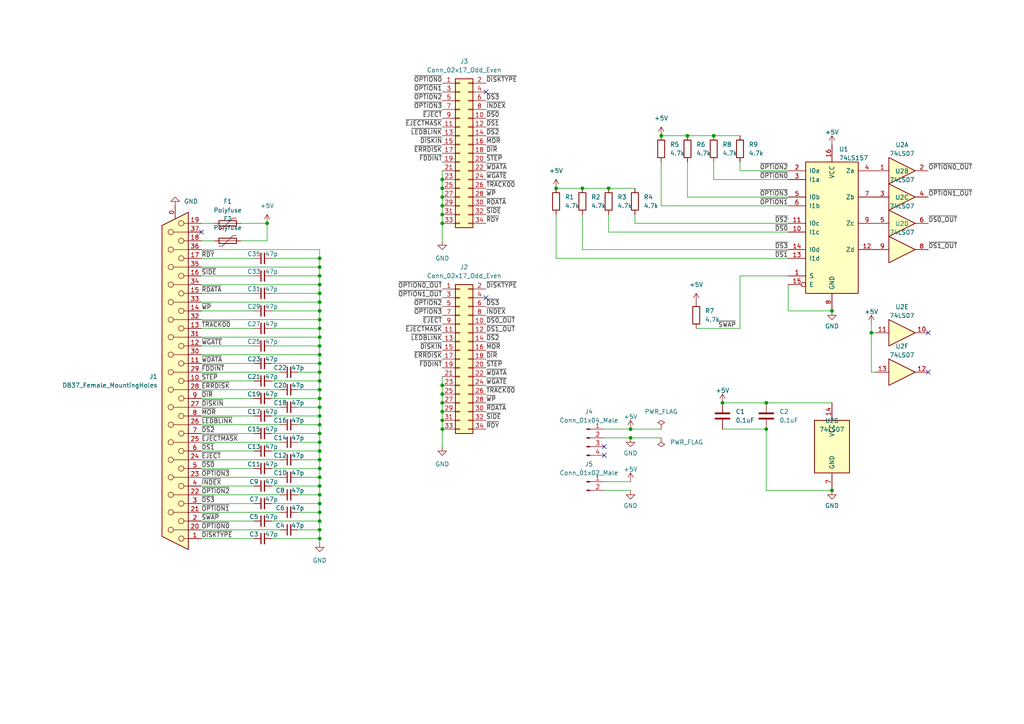
<source format=kicad_sch>
(kicad_sch (version 20230121) (generator eeschema)
  (paper "A4")
  (lib_symbols
    (symbol "74xx:74LS07" (pin_names (offset 1.016))
      (property "Reference" "U" (at 0 1.27 0))
      (property "Value" "74LS07" (at 0 -1.27 0))
      (symbol "74LS07_1_0"
        (pin input line (at -7.62 0 0) (length 3.81) (name "~") (number "1"))
        (pin open_collector line (at 7.62 0 180) (length 3.81) (name "~") (number "2"))
      )
      (symbol "74LS07_2_0"
        (pin input line (at -7.62 0 0) (length 3.81) (name "~") (number "3"))
        (pin open_collector line (at 7.62 0 180) (length 3.81) (name "~") (number "4"))
      )
      (symbol "74LS07_3_0"
        (pin input line (at -7.62 0 0) (length 3.81) (name "~") (number "5"))
        (pin open_collector line (at 7.62 0 180) (length 3.81) (name "~") (number "6"))
      )
      (symbol "74LS07_4_0"
        (pin open_collector line (at 7.62 0 180) (length 3.81) (name "~") (number "8"))
        (pin input line (at -7.62 0 0) (length 3.81) (name "~") (number "9"))
      )
      (symbol "74LS07_5_0"
        (pin open_collector line (at 7.62 0 180) (length 3.81) (name "~") (number "10"))
        (pin input line (at -7.62 0 0) (length 3.81) (name "~") (number "11"))
      )
      (symbol "74LS07_6_0"
        (pin open_collector line (at 7.62 0 180) (length 3.81) (name "~") (number "12"))
        (pin input line (at -7.62 0 0) (length 3.81) (name "~") (number "13"))
      )
      (symbol "74LS07_7_0"
        (pin power_in line (at 0 12.7 270) (length 5.08) (name "VCC") (number "14"))
        (pin power_in line (at 0 -12.7 90) (length 5.08) (name "GND") (number "7"))
      )
    )
    (symbol "74xx:74LS157" (pin_names (offset 1.016))
      (property "Reference" "U" (at -7.62 19.05 0))
      (property "Value" "74LS157" (at -7.62 -21.59 0))
      (symbol "74LS157_1_0"
        (pin input line (at -12.7 -15.24 0) (length 5.08) (name "S") (number "1"))
        (pin input line (at -12.7 -2.54 0) (length 5.08) (name "I1c") (number "10"))
        (pin input line (at -12.7 0 0) (length 5.08) (name "I0c") (number "11"))
        (pin output line (at 12.7 -7.62 180) (length 5.08) (name "Zd") (number "12"))
        (pin input line (at -12.7 -10.16 0) (length 5.08) (name "I1d") (number "13"))
        (pin input line (at -12.7 -7.62 0) (length 5.08) (name "I0d") (number "14"))
        (pin input inverted (at -12.7 -17.78 0) (length 5.08) (name "E") (number "15"))
        (pin power_in line (at 0 22.86 270) (length 5.08) (name "VCC") (number "16"))
        (pin input line (at -12.7 15.24 0) (length 5.08) (name "I0a") (number "2"))
        (pin input line (at -12.7 12.7 0) (length 5.08) (name "I1a") (number "3"))
        (pin output line (at 12.7 15.24 180) (length 5.08) (name "Za") (number "4"))
        (pin input line (at -12.7 7.62 0) (length 5.08) (name "I0b") (number "5"))
        (pin input line (at -12.7 5.08 0) (length 5.08) (name "I1b") (number "6"))
        (pin output line (at 12.7 7.62 180) (length 5.08) (name "Zb") (number "7"))
        (pin power_in line (at 0 -25.4 90) (length 5.08) (name "GND") (number "8"))
        (pin output line (at 12.7 0 180) (length 5.08) (name "Zc") (number "9"))
      )
    )
    (symbol "Connector:Conn_01x02_Male" (pin_names (offset 1.016) hide)
      (property "Reference" "J" (at 0 2.54 0))
      (property "Value" "Conn_01x02_Male" (at 0 -5.08 0))
      (symbol "Conn_01x02_Male_1_1"
        (pin passive line (at 5.08 0 180) (length 3.81) (name "Pin_1") (number "1"))
        (pin passive line (at 5.08 -2.54 180) (length 3.81) (name "Pin_2") (number "2"))
      )
    )
    (symbol "Connector:Conn_01x04_Male" (pin_names (offset 1.016) hide)
      (property "Reference" "J" (at 0 5.08 0))
      (property "Value" "Conn_01x04_Male" (at 0 -7.62 0))
      (symbol "Conn_01x04_Male_1_1"
        (pin passive line (at 5.08 2.54 180) (length 3.81) (name "Pin_1") (number "1"))
        (pin passive line (at 5.08 0 180) (length 3.81) (name "Pin_2") (number "2"))
        (pin passive line (at 5.08 -2.54 180) (length 3.81) (name "Pin_3") (number "3"))
        (pin passive line (at 5.08 -5.08 180) (length 3.81) (name "Pin_4") (number "4"))
      )
    )
    (symbol "Connector:DB37_Female_MountingHoles" (pin_names (offset 1.016) hide)
      (property "Reference" "J" (at 0 52.07 0))
      (property "Value" "DB37_Female_MountingHoles" (at 0 50.165 0))
      (symbol "DB37_Female_MountingHoles_1_1"
        (pin passive line (at 0 -50.8 90) (length 3.81) (name "PAD") (number "0"))
        (pin passive line (at -7.62 45.72 0) (length 3.81) (name "1") (number "1"))
        (pin passive line (at -7.62 0 0) (length 3.81) (name "10") (number "10"))
        (pin passive line (at -7.62 -5.08 0) (length 3.81) (name "11") (number "11"))
        (pin passive line (at -7.62 -10.16 0) (length 3.81) (name "12") (number "12"))
        (pin passive line (at -7.62 -15.24 0) (length 3.81) (name "13") (number "13"))
        (pin passive line (at -7.62 -20.32 0) (length 3.81) (name "14") (number "14"))
        (pin passive line (at -7.62 -25.4 0) (length 3.81) (name "15") (number "15"))
        (pin passive line (at -7.62 -30.48 0) (length 3.81) (name "16") (number "16"))
        (pin passive line (at -7.62 -35.56 0) (length 3.81) (name "17") (number "17"))
        (pin passive line (at -7.62 -40.64 0) (length 3.81) (name "18") (number "18"))
        (pin passive line (at -7.62 -45.72 0) (length 3.81) (name "19") (number "19"))
        (pin passive line (at -7.62 40.64 0) (length 3.81) (name "2") (number "2"))
        (pin passive line (at -7.62 43.18 0) (length 3.81) (name "20") (number "20"))
        (pin passive line (at -7.62 38.1 0) (length 3.81) (name "21") (number "21"))
        (pin passive line (at -7.62 33.02 0) (length 3.81) (name "22") (number "22"))
        (pin passive line (at -7.62 27.94 0) (length 3.81) (name "23") (number "23"))
        (pin passive line (at -7.62 22.86 0) (length 3.81) (name "24") (number "24"))
        (pin passive line (at -7.62 17.78 0) (length 3.81) (name "25") (number "25"))
        (pin passive line (at -7.62 12.7 0) (length 3.81) (name "26") (number "26"))
        (pin passive line (at -7.62 7.62 0) (length 3.81) (name "27") (number "27"))
        (pin passive line (at -7.62 2.54 0) (length 3.81) (name "28") (number "28"))
        (pin passive line (at -7.62 -2.54 0) (length 3.81) (name "29") (number "29"))
        (pin passive line (at -7.62 35.56 0) (length 3.81) (name "3") (number "3"))
        (pin passive line (at -7.62 -7.62 0) (length 3.81) (name "30") (number "30"))
        (pin passive line (at -7.62 -12.7 0) (length 3.81) (name "31") (number "31"))
        (pin passive line (at -7.62 -17.78 0) (length 3.81) (name "32") (number "32"))
        (pin passive line (at -7.62 -22.86 0) (length 3.81) (name "33") (number "33"))
        (pin passive line (at -7.62 -27.94 0) (length 3.81) (name "34") (number "34"))
        (pin passive line (at -7.62 -33.02 0) (length 3.81) (name "35") (number "35"))
        (pin passive line (at -7.62 -38.1 0) (length 3.81) (name "36") (number "36"))
        (pin passive line (at -7.62 -43.18 0) (length 3.81) (name "37") (number "37"))
        (pin passive line (at -7.62 30.48 0) (length 3.81) (name "4") (number "4"))
        (pin passive line (at -7.62 25.4 0) (length 3.81) (name "5") (number "5"))
        (pin passive line (at -7.62 20.32 0) (length 3.81) (name "6") (number "6"))
        (pin passive line (at -7.62 15.24 0) (length 3.81) (name "7") (number "7"))
        (pin passive line (at -7.62 10.16 0) (length 3.81) (name "8") (number "8"))
        (pin passive line (at -7.62 5.08 0) (length 3.81) (name "9") (number "9"))
      )
    )
    (symbol "Connector_Generic:Conn_02x17_Odd_Even" (pin_names (offset 1.016) hide)
      (property "Reference" "J" (at 1.27 22.86 0))
      (property "Value" "Conn_02x17_Odd_Even" (at 1.27 -22.86 0))
      (symbol "Conn_02x17_Odd_Even_1_1"
        (pin passive line (at -5.08 20.32 0) (length 3.81) (name "Pin_1") (number "1"))
        (pin passive line (at 7.62 10.16 180) (length 3.81) (name "Pin_10") (number "10"))
        (pin passive line (at -5.08 7.62 0) (length 3.81) (name "Pin_11") (number "11"))
        (pin passive line (at 7.62 7.62 180) (length 3.81) (name "Pin_12") (number "12"))
        (pin passive line (at -5.08 5.08 0) (length 3.81) (name "Pin_13") (number "13"))
        (pin passive line (at 7.62 5.08 180) (length 3.81) (name "Pin_14") (number "14"))
        (pin passive line (at -5.08 2.54 0) (length 3.81) (name "Pin_15") (number "15"))
        (pin passive line (at 7.62 2.54 180) (length 3.81) (name "Pin_16") (number "16"))
        (pin passive line (at -5.08 0 0) (length 3.81) (name "Pin_17") (number "17"))
        (pin passive line (at 7.62 0 180) (length 3.81) (name "Pin_18") (number "18"))
        (pin passive line (at -5.08 -2.54 0) (length 3.81) (name "Pin_19") (number "19"))
        (pin passive line (at 7.62 20.32 180) (length 3.81) (name "Pin_2") (number "2"))
        (pin passive line (at 7.62 -2.54 180) (length 3.81) (name "Pin_20") (number "20"))
        (pin passive line (at -5.08 -5.08 0) (length 3.81) (name "Pin_21") (number "21"))
        (pin passive line (at 7.62 -5.08 180) (length 3.81) (name "Pin_22") (number "22"))
        (pin passive line (at -5.08 -7.62 0) (length 3.81) (name "Pin_23") (number "23"))
        (pin passive line (at 7.62 -7.62 180) (length 3.81) (name "Pin_24") (number "24"))
        (pin passive line (at -5.08 -10.16 0) (length 3.81) (name "Pin_25") (number "25"))
        (pin passive line (at 7.62 -10.16 180) (length 3.81) (name "Pin_26") (number "26"))
        (pin passive line (at -5.08 -12.7 0) (length 3.81) (name "Pin_27") (number "27"))
        (pin passive line (at 7.62 -12.7 180) (length 3.81) (name "Pin_28") (number "28"))
        (pin passive line (at -5.08 -15.24 0) (length 3.81) (name "Pin_29") (number "29"))
        (pin passive line (at -5.08 17.78 0) (length 3.81) (name "Pin_3") (number "3"))
        (pin passive line (at 7.62 -15.24 180) (length 3.81) (name "Pin_30") (number "30"))
        (pin passive line (at -5.08 -17.78 0) (length 3.81) (name "Pin_31") (number "31"))
        (pin passive line (at 7.62 -17.78 180) (length 3.81) (name "Pin_32") (number "32"))
        (pin passive line (at -5.08 -20.32 0) (length 3.81) (name "Pin_33") (number "33"))
        (pin passive line (at 7.62 -20.32 180) (length 3.81) (name "Pin_34") (number "34"))
        (pin passive line (at 7.62 17.78 180) (length 3.81) (name "Pin_4") (number "4"))
        (pin passive line (at -5.08 15.24 0) (length 3.81) (name "Pin_5") (number "5"))
        (pin passive line (at 7.62 15.24 180) (length 3.81) (name "Pin_6") (number "6"))
        (pin passive line (at -5.08 12.7 0) (length 3.81) (name "Pin_7") (number "7"))
        (pin passive line (at 7.62 12.7 180) (length 3.81) (name "Pin_8") (number "8"))
        (pin passive line (at -5.08 10.16 0) (length 3.81) (name "Pin_9") (number "9"))
      )
    )
    (symbol "Device:C" (pin_numbers hide) (pin_names (offset 0.254))
      (property "Reference" "C" (at 0.635 2.54 0))
      (property "Value" "C" (at 0.635 -2.54 0))
      (symbol "C_1_1"
        (pin passive line (at 0 3.81 270) (length 2.794) (name "~") (number "1"))
        (pin passive line (at 0 -3.81 90) (length 2.794) (name "~") (number "2"))
      )
    )
    (symbol "Device:C_Small" (pin_numbers hide) (pin_names (offset 0.254) hide)
      (property "Reference" "C" (at 0.254 1.778 0))
      (property "Value" "C_Small" (at 0.254 -2.032 0))
      (symbol "C_Small_1_1"
        (pin passive line (at 0 2.54 270) (length 2.032) (name "~") (number "1"))
        (pin passive line (at 0 -2.54 90) (length 2.032) (name "~") (number "2"))
      )
    )
    (symbol "Device:Polyfuse" (pin_numbers hide) (pin_names (offset 0))
      (property "Reference" "F" (at -2.54 0 90))
      (property "Value" "Polyfuse" (at 2.54 0 90))
      (symbol "Polyfuse_1_1"
        (pin passive line (at 0 3.81 270) (length 1.27) (name "~") (number "1"))
        (pin passive line (at 0 -3.81 90) (length 1.27) (name "~") (number "2"))
      )
    )
    (symbol "Device:R" (pin_numbers hide) (pin_names (offset 0))
      (property "Reference" "R" (at 2.032 0 90))
      (property "Value" "R" (at 0 0 90))
      (symbol "R_1_1"
        (pin passive line (at 0 3.81 270) (length 1.27) (name "~") (number "1"))
        (pin passive line (at 0 -3.81 90) (length 1.27) (name "~") (number "2"))
      )
    )
    (symbol "power:+5V" (power) (pin_names (offset 0))
      (property "Value" "+5V" (at 0 3.556 0))
      (symbol "+5V_1_1"
        (pin power_in line (at 0 0 90) (length 0) hide (name "+5V") (number "1"))
      )
    )
    (symbol "power:GND" (power) (pin_names (offset 0))
      (property "Value" "GND" (at 0 -3.81 0))
      (symbol "GND_1_1"
        (pin power_in line (at 0 0 270) (length 0) hide (name "GND") (number "1"))
      )
    )
    (symbol "power:PWR_FLAG" (power) (pin_numbers hide) (pin_names (offset 0) hide)
      (property "Value" "PWR_FLAG" (at 0 3.81 0))
      (symbol "PWR_FLAG_0_0"
        (pin power_out line (at 0 0 90) (length 0) (name "pwr") (number "1"))
      )
    )
  )
  (junction (at 77.47 64.77))
  (junction (at 209.55 116.84))
  (junction (at 92.71 118.11))
  (junction (at 92.71 100.33))
  (junction (at 92.71 146.05))
  (junction (at 92.71 135.89))
  (junction (at 222.25 116.84))
  (junction (at 92.71 113.03))
  (junction (at 128.27 121.92))
  (junction (at 128.27 54.61))
  (junction (at 92.71 105.41))
  (junction (at 92.71 82.55))
  (junction (at 92.71 110.49))
  (junction (at 92.71 120.65))
  (junction (at 222.25 124.46))
  (junction (at 92.71 95.25))
  (junction (at 92.71 115.57))
  (junction (at 92.71 87.63))
  (junction (at 92.71 128.27))
  (junction (at 241.3 142.24))
  (junction (at 92.71 85.09))
  (junction (at 128.27 62.23))
  (junction (at 128.27 59.69))
  (junction (at 182.88 124.46))
  (junction (at 182.88 127))
  (junction (at 92.71 92.71))
  (junction (at 241.3 90.17))
  (junction (at 92.71 156.21))
  (junction (at 92.71 148.59))
  (junction (at 176.53 54.61))
  (junction (at 92.71 140.97))
  (junction (at 92.71 80.01))
  (junction (at 128.27 111.76))
  (junction (at 128.27 114.3))
  (junction (at 191.77 39.37))
  (junction (at 168.91 54.61))
  (junction (at 92.71 125.73))
  (junction (at 92.71 133.35))
  (junction (at 252.73 96.52))
  (junction (at 92.71 90.17))
  (junction (at 161.29 54.61))
  (junction (at 92.71 74.93))
  (junction (at 92.71 153.67))
  (junction (at 207.01 39.37))
  (junction (at 92.71 138.43))
  (junction (at 128.27 64.77))
  (junction (at 92.71 143.51))
  (junction (at 92.71 77.47))
  (junction (at 92.71 151.13))
  (junction (at 128.27 116.84))
  (junction (at 92.71 97.79))
  (junction (at 128.27 124.46))
  (junction (at 128.27 52.07))
  (junction (at 92.71 130.81))
  (junction (at 92.71 107.95))
  (junction (at 128.27 119.38))
  (junction (at 128.27 57.15))
  (junction (at 92.71 123.19))
  (junction (at 199.39 39.37))
  (junction (at 92.71 102.87))
  (no_connect (at 175.26 129.54))
  (no_connect (at 140.97 26.67))
  (no_connect (at 58.42 67.31))
  (no_connect (at 269.24 96.52))
  (no_connect (at 269.24 107.95))
  (no_connect (at 140.97 86.36))
  (no_connect (at 175.26 132.08))
  (wire (pts (xy 128.27 116.84) (xy 128.27 119.38)))
  (wire (pts (xy 92.71 107.95) (xy 92.71 105.41)))
  (wire (pts (xy 222.25 142.24) (xy 222.25 124.46)))
  (wire (pts (xy 92.71 90.17) (xy 78.74 90.17)))
  (wire (pts (xy 92.71 113.03) (xy 92.71 110.49)))
  (wire (pts (xy 92.71 148.59) (xy 86.36 148.59)))
  (wire (pts (xy 228.6 57.15) (xy 199.39 57.15)))
  (wire (pts (xy 209.55 124.46) (xy 222.25 124.46)))
  (wire (pts (xy 92.71 151.13) (xy 92.71 148.59)))
  (wire (pts (xy 92.71 100.33) (xy 78.74 100.33)))
  (wire (pts (xy 78.74 130.81) (xy 92.71 130.81)))
  (wire (pts (xy 92.71 123.19) (xy 92.71 120.65)))
  (wire (pts (xy 92.71 100.33) (xy 92.71 97.79)))
  (wire (pts (xy 92.71 102.87) (xy 92.71 100.33)))
  (wire (pts (xy 69.85 64.77) (xy 77.47 64.77)))
  (wire (pts (xy 222.25 116.84) (xy 241.3 116.84)))
  (wire (pts (xy 92.71 143.51) (xy 86.36 143.51)))
  (wire (pts (xy 78.74 156.21) (xy 92.71 156.21)))
  (wire (pts (xy 58.42 138.43) (xy 81.28 138.43)))
  (wire (pts (xy 92.71 95.25) (xy 78.74 95.25)))
  (wire (pts (xy 92.71 115.57) (xy 92.71 113.03)))
  (wire (pts (xy 92.71 110.49) (xy 92.71 107.95)))
  (wire (pts (xy 128.27 59.69) (xy 128.27 62.23)))
  (wire (pts (xy 191.77 59.69) (xy 191.77 46.99)))
  (wire (pts (xy 58.42 82.55) (xy 92.71 82.55)))
  (wire (pts (xy 191.77 39.37) (xy 199.39 39.37)))
  (wire (pts (xy 92.71 130.81) (xy 92.71 128.27)))
  (wire (pts (xy 58.42 120.65) (xy 73.66 120.65)))
  (wire (pts (xy 58.42 146.05) (xy 73.66 146.05)))
  (wire (pts (xy 209.55 116.84) (xy 222.25 116.84)))
  (wire (pts (xy 58.42 156.21) (xy 73.66 156.21)))
  (wire (pts (xy 92.71 105.41) (xy 92.71 102.87)))
  (wire (pts (xy 92.71 107.95) (xy 86.36 107.95)))
  (wire (pts (xy 184.15 64.77) (xy 228.6 64.77)))
  (wire (pts (xy 58.42 143.51) (xy 81.28 143.51)))
  (wire (pts (xy 92.71 156.21) (xy 92.71 157.48)))
  (wire (pts (xy 214.63 80.01) (xy 214.63 95.25)))
  (wire (pts (xy 92.71 113.03) (xy 86.36 113.03)))
  (wire (pts (xy 92.71 138.43) (xy 86.36 138.43)))
  (wire (pts (xy 92.71 77.47) (xy 92.71 74.93)))
  (wire (pts (xy 92.71 118.11) (xy 86.36 118.11)))
  (wire (pts (xy 168.91 54.61) (xy 176.53 54.61)))
  (wire (pts (xy 92.71 74.93) (xy 78.74 74.93)))
  (wire (pts (xy 175.26 139.7) (xy 182.88 139.7)))
  (wire (pts (xy 92.71 102.87) (xy 58.42 102.87)))
  (wire (pts (xy 58.42 92.71) (xy 92.71 92.71)))
  (wire (pts (xy 78.74 110.49) (xy 92.71 110.49)))
  (wire (pts (xy 201.93 95.25) (xy 214.63 95.25)))
  (wire (pts (xy 78.74 140.97) (xy 92.71 140.97)))
  (wire (pts (xy 58.42 148.59) (xy 81.28 148.59)))
  (wire (pts (xy 182.88 124.46) (xy 191.77 124.46)))
  (wire (pts (xy 92.71 120.65) (xy 92.71 118.11)))
  (wire (pts (xy 254 107.95) (xy 252.73 107.95)))
  (wire (pts (xy 92.71 148.59) (xy 92.71 146.05)))
  (wire (pts (xy 58.42 80.01) (xy 73.66 80.01)))
  (wire (pts (xy 58.42 107.95) (xy 81.28 107.95)))
  (wire (pts (xy 241.3 142.24) (xy 222.25 142.24)))
  (wire (pts (xy 78.74 151.13) (xy 92.71 151.13)))
  (wire (pts (xy 128.27 111.76) (xy 128.27 114.3)))
  (wire (pts (xy 176.53 67.31) (xy 228.6 67.31)))
  (wire (pts (xy 58.42 85.09) (xy 73.66 85.09)))
  (wire (pts (xy 92.71 135.89) (xy 92.71 133.35)))
  (wire (pts (xy 92.71 85.09) (xy 92.71 82.55)))
  (wire (pts (xy 58.42 74.93) (xy 73.66 74.93)))
  (wire (pts (xy 58.42 118.11) (xy 81.28 118.11)))
  (wire (pts (xy 92.71 153.67) (xy 86.36 153.67)))
  (wire (pts (xy 228.6 82.55) (xy 228.6 90.17)))
  (wire (pts (xy 161.29 54.61) (xy 168.91 54.61)))
  (wire (pts (xy 58.42 69.85) (xy 62.23 69.85)))
  (wire (pts (xy 199.39 39.37) (xy 207.01 39.37)))
  (wire (pts (xy 92.71 97.79) (xy 58.42 97.79)))
  (wire (pts (xy 128.27 114.3) (xy 128.27 116.84)))
  (wire (pts (xy 207.01 39.37) (xy 214.63 39.37)))
  (wire (pts (xy 92.71 85.09) (xy 78.74 85.09)))
  (wire (pts (xy 128.27 57.15) (xy 128.27 59.69)))
  (wire (pts (xy 92.71 72.39) (xy 58.42 72.39)))
  (wire (pts (xy 92.71 143.51) (xy 92.71 140.97)))
  (wire (pts (xy 58.42 105.41) (xy 73.66 105.41)))
  (wire (pts (xy 168.91 72.39) (xy 228.6 72.39)))
  (wire (pts (xy 92.71 90.17) (xy 92.71 87.63)))
  (wire (pts (xy 58.42 123.19) (xy 81.28 123.19)))
  (wire (pts (xy 92.71 82.55) (xy 92.71 80.01)))
  (wire (pts (xy 161.29 74.93) (xy 228.6 74.93)))
  (wire (pts (xy 92.71 138.43) (xy 92.71 135.89)))
  (wire (pts (xy 92.71 97.79) (xy 92.71 95.25)))
  (wire (pts (xy 58.42 90.17) (xy 73.66 90.17)))
  (wire (pts (xy 92.71 153.67) (xy 92.71 151.13)))
  (wire (pts (xy 128.27 54.61) (xy 128.27 57.15)))
  (wire (pts (xy 241.3 90.17) (xy 228.6 90.17)))
  (wire (pts (xy 161.29 74.93) (xy 161.29 62.23)))
  (wire (pts (xy 168.91 72.39) (xy 168.91 62.23)))
  (wire (pts (xy 228.6 49.53) (xy 214.63 49.53)))
  (wire (pts (xy 58.42 77.47) (xy 92.71 77.47)))
  (wire (pts (xy 78.74 115.57) (xy 92.71 115.57)))
  (wire (pts (xy 228.6 80.01) (xy 214.63 80.01)))
  (wire (pts (xy 182.88 127) (xy 191.77 127)))
  (wire (pts (xy 58.42 140.97) (xy 73.66 140.97)))
  (wire (pts (xy 92.71 87.63) (xy 92.71 85.09)))
  (wire (pts (xy 58.42 130.81) (xy 73.66 130.81)))
  (wire (pts (xy 128.27 52.07) (xy 128.27 54.61)))
  (wire (pts (xy 92.71 74.93) (xy 92.71 72.39)))
  (wire (pts (xy 92.71 95.25) (xy 92.71 92.71)))
  (wire (pts (xy 78.74 125.73) (xy 92.71 125.73)))
  (wire (pts (xy 58.42 125.73) (xy 73.66 125.73)))
  (wire (pts (xy 128.27 119.38) (xy 128.27 121.92)))
  (wire (pts (xy 92.71 156.21) (xy 92.71 153.67)))
  (wire (pts (xy 58.42 133.35) (xy 81.28 133.35)))
  (wire (pts (xy 78.74 146.05) (xy 92.71 146.05)))
  (wire (pts (xy 92.71 140.97) (xy 92.71 138.43)))
  (wire (pts (xy 58.42 113.03) (xy 81.28 113.03)))
  (wire (pts (xy 254 96.52) (xy 252.73 96.52)))
  (wire (pts (xy 92.71 118.11) (xy 92.71 115.57)))
  (wire (pts (xy 128.27 64.77) (xy 128.27 69.85)))
  (wire (pts (xy 58.42 95.25) (xy 73.66 95.25)))
  (wire (pts (xy 175.26 127) (xy 182.88 127)))
  (wire (pts (xy 92.71 125.73) (xy 92.71 123.19)))
  (wire (pts (xy 128.27 109.22) (xy 128.27 111.76)))
  (wire (pts (xy 58.42 64.77) (xy 62.23 64.77)))
  (wire (pts (xy 92.71 146.05) (xy 92.71 143.51)))
  (wire (pts (xy 58.42 87.63) (xy 92.71 87.63)))
  (wire (pts (xy 58.42 135.89) (xy 73.66 135.89)))
  (wire (pts (xy 92.71 80.01) (xy 92.71 77.47)))
  (wire (pts (xy 92.71 128.27) (xy 92.71 125.73)))
  (wire (pts (xy 92.71 80.01) (xy 78.74 80.01)))
  (wire (pts (xy 92.71 133.35) (xy 92.71 130.81)))
  (wire (pts (xy 58.42 100.33) (xy 73.66 100.33)))
  (wire (pts (xy 77.47 69.85) (xy 77.47 64.77)))
  (wire (pts (xy 128.27 49.53) (xy 128.27 52.07)))
  (wire (pts (xy 175.26 142.24) (xy 182.88 142.24)))
  (wire (pts (xy 58.42 115.57) (xy 73.66 115.57)))
  (wire (pts (xy 228.6 52.07) (xy 207.01 52.07)))
  (wire (pts (xy 69.85 69.85) (xy 77.47 69.85)))
  (wire (pts (xy 176.53 67.31) (xy 176.53 62.23)))
  (wire (pts (xy 58.42 153.67) (xy 81.28 153.67)))
  (wire (pts (xy 92.71 92.71) (xy 92.71 90.17)))
  (wire (pts (xy 252.73 107.95) (xy 252.73 96.52)))
  (wire (pts (xy 58.42 151.13) (xy 73.66 151.13)))
  (wire (pts (xy 176.53 54.61) (xy 184.15 54.61)))
  (wire (pts (xy 92.71 128.27) (xy 86.36 128.27)))
  (wire (pts (xy 199.39 57.15) (xy 199.39 46.99)))
  (wire (pts (xy 128.27 62.23) (xy 128.27 64.77)))
  (wire (pts (xy 58.42 110.49) (xy 73.66 110.49)))
  (wire (pts (xy 214.63 49.53) (xy 214.63 46.99)))
  (wire (pts (xy 207.01 52.07) (xy 207.01 46.99)))
  (wire (pts (xy 92.71 105.41) (xy 78.74 105.41)))
  (wire (pts (xy 128.27 121.92) (xy 128.27 124.46)))
  (wire (pts (xy 78.74 135.89) (xy 92.71 135.89)))
  (wire (pts (xy 175.26 124.46) (xy 182.88 124.46)))
  (wire (pts (xy 78.74 120.65) (xy 92.71 120.65)))
  (wire (pts (xy 92.71 133.35) (xy 86.36 133.35)))
  (wire (pts (xy 128.27 124.46) (xy 128.27 129.54)))
  (wire (pts (xy 252.73 93.98) (xy 252.73 96.52)))
  (wire (pts (xy 58.42 128.27) (xy 81.28 128.27)))
  (wire (pts (xy 184.15 64.77) (xy 184.15 62.23)))
  (wire (pts (xy 228.6 59.69) (xy 191.77 59.69)))
  (wire (pts (xy 92.71 123.19) (xy 86.36 123.19)))
  (label "~{DS1}" (at 140.97 36.83 0))
  (label "~{DIR}" (at 140.97 44.45 0))
  (label "~{DIR}" (at 58.42 115.57 0))
  (label "~{DS1_OUT}" (at 269.24 72.39 0))
  (label "~{FDDINT}" (at 128.27 106.68 180))
  (label "~{OPTION2}" (at 128.27 29.21 180))
  (label "~{DS2}" (at 140.97 39.37 0))
  (label "~{MOR}" (at 140.97 101.6 0))
  (label "~{OPTION2}" (at 128.27 88.9 180))
  (label "~{DISKIN}" (at 128.27 101.6 180))
  (label "~{DS2}" (at 228.6 64.77 180))
  (label "~{LEDBLINK}" (at 128.27 99.06 180))
  (label "~{WDATA}" (at 58.42 105.41 0))
  (label "~{SIDE}" (at 58.42 80.01 0))
  (label "~{DS3}" (at 140.97 29.21 0))
  (label "~{OPTION1_OUT}" (at 128.27 86.36 180))
  (label "~{RDY}" (at 140.97 124.46 0))
  (label "~{DS1}" (at 58.42 130.81 0))
  (label "~{SIDE}" (at 140.97 121.92 0))
  (label "~{ERRDISK}" (at 128.27 104.14 180))
  (label "~{DS0}" (at 58.42 135.89 0))
  (label "~{WGATE}" (at 58.42 100.33 0))
  (label "~{RDATA}" (at 58.42 85.09 0))
  (label "~{MOR}" (at 58.42 120.65 0))
  (label "~{STEP}" (at 140.97 46.99 0))
  (label "~{WGATE}" (at 140.97 52.07 0))
  (label "~{INDEX}" (at 58.42 140.97 0))
  (label "~{FDDINT}" (at 58.42 107.95 0))
  (label "~{DS0}" (at 228.6 67.31 180))
  (label "~{RDATA}" (at 140.97 119.38 0))
  (label "~{OPTION1}" (at 58.42 148.59 0))
  (label "~{WDATA}" (at 140.97 109.22 0))
  (label "~{OPTION1_OUT}" (at 269.24 57.15 0))
  (label "~{MOR}" (at 140.97 41.91 0))
  (label "~{LEDBLINK}" (at 128.27 39.37 180))
  (label "~{OPTION3}" (at 58.42 138.43 0))
  (label "~{OPTION2}" (at 58.42 143.51 0))
  (label "~{OPTION3}" (at 228.6 57.15 180))
  (label "~{DISKTYPE}" (at 140.97 83.82 0))
  (label "~{OPTION0}" (at 128.27 24.13 180))
  (label "~{WP}" (at 140.97 116.84 0))
  (label "~{LEDBLINK}" (at 58.42 123.19 0))
  (label "~{RDY}" (at 58.42 74.93 0))
  (label "~{DS3}" (at 58.42 146.05 0))
  (label "~{DISKTYPE}" (at 58.42 156.21 0))
  (label "~{OPTION1}" (at 228.6 59.69 180))
  (label "~{WDATA}" (at 140.97 49.53 0))
  (label "~{FDDINT}" (at 128.27 46.99 180))
  (label "~{WP}" (at 58.42 90.17 0))
  (label "~{OPTION2}" (at 228.6 49.53 180))
  (label "~{DS3}" (at 228.6 72.39 180))
  (label "~{STEP}" (at 58.42 110.49 0))
  (label "~{RDATA}" (at 140.97 59.69 0))
  (label "~{DS0_OUT}" (at 269.24 64.77 0))
  (label "~{DS1_OUT}" (at 140.97 96.52 0))
  (label "~{TRACK00}" (at 140.97 114.3 0))
  (label "~{INDEX}" (at 140.97 31.75 0))
  (label "~{WP}" (at 140.97 57.15 0))
  (label "~{EJECT}" (at 128.27 93.98 180))
  (label "~{SWAP}" (at 208.28 95.25 0))
  (label "~{DIR}" (at 140.97 104.14 0))
  (label "~{DISKIN}" (at 58.42 118.11 0))
  (label "~{OPTION0_OUT}" (at 269.24 49.53 0))
  (label "~{RDY}" (at 140.97 64.77 0))
  (label "~{SIDE}" (at 140.97 62.23 0))
  (label "~{TRACK00}" (at 140.97 54.61 0))
  (label "~{DS0}" (at 140.97 34.29 0))
  (label "~{ERRDISK}" (at 128.27 44.45 180))
  (label "~{OPTION0_OUT}" (at 128.27 83.82 180))
  (label "~{EJECTMASK}" (at 128.27 36.83 180))
  (label "~{SWAP}" (at 58.42 151.13 0))
  (label "~{DS2}" (at 140.97 99.06 0))
  (label "~{ERRDISK}" (at 58.42 113.03 0))
  (label "~{DISKIN}" (at 128.27 41.91 180))
  (label "~{DS2}" (at 58.42 125.73 0))
  (label "~{STEP}" (at 140.97 106.68 0))
  (label "~{EJECTMASK}" (at 128.27 96.52 180))
  (label "~{OPTION0}" (at 58.42 153.67 0))
  (label "~{OPTION3}" (at 128.27 31.75 180))
  (label "~{DS3}" (at 140.97 88.9 0))
  (label "~{OPTION3}" (at 128.27 91.44 180))
  (label "~{WGATE}" (at 140.97 111.76 0))
  (label "~{OPTION0}" (at 228.6 52.07 180))
  (label "~{INDEX}" (at 140.97 91.44 0))
  (label "~{DS0_OUT}" (at 140.97 93.98 0))
  (label "~{EJECT}" (at 128.27 34.29 180))
  (label "~{EJECT}" (at 58.42 133.35 0))
  (label "~{DS1}" (at 228.6 74.93 180))
  (label "~{DISKTYPE}" (at 140.97 24.13 0))
  (label "~{EJECTMASK}" (at 58.42 128.27 0))
  (label "~{TRACK00}" (at 58.42 95.25 0))
  (label "~{OPTION1}" (at 128.27 26.67 180))
  (symbol (lib_id "Device:R") (at 199.39 43.18 0) (unit 1)
    (property "Reference" "R6" (at 201.93 41.9099 0) (effects (justify left)))
    (property "Value" "4.7k" (at 201.93 44.4499 0) (effects (justify left)))
    (property "Footprint" "Resistor_SMD:R_0603_1608Metric" (effects hide))
    (property "Digikey" "311-4.70KCRCT-ND" (effects hide))
  )
  (symbol (lib_id "Device:C_Small") (at 76.2 156.21 90) (unit 1)
    (property "Reference" "C3" (at 73.66 154.94 90))
    (property "Value" "47p" (at 78.74 154.94 90))
    (property "Footprint" "Capacitor_SMD:C_0603_1608Metric" (effects hide))
    (property "Digikey" "311-1065-1-ND" (effects hide))
  )
  (symbol (lib_id "power:PWR_FLAG") (at 191.77 124.46 0) (unit 1)
    (property "Reference" "#FLG0101" (effects hide))
    (property "Value" "PWR_FLAG" (at 191.77 119.38 0))
  )
  (symbol (lib_id "Device:C_Small") (at 76.2 95.25 90) (unit 1)
    (property "Reference" "C27" (at 73.66 93.98 90))
    (property "Value" "47p" (at 78.74 93.98 90))
    (property "Footprint" "Capacitor_SMD:C_0603_1608Metric" (effects hide))
    (property "Digikey" "311-1065-1-ND" (effects hide))
  )
  (symbol (lib_id "Connector:Conn_01x04_Male") (at 170.18 127 0) (unit 1)
    (property "Reference" "J4" (at 170.815 119.38 0))
    (property "Value" "Conn_01x04_Male" (at 170.815 121.92 0))
    (property "Footprint" "Connector_PinHeader_2.54mm:PinHeader_1x04_P2.54mm_Horizontal" (effects hide))
    (property "Digikey" "S9490-ND" (effects hide))
  )
  (symbol (lib_id "Device:Polyfuse") (at 66.04 69.85 90) (unit 1)
    (property "Reference" "F2" (at 66.04 63.5 90))
    (property "Value" "Polyfuse" (at 66.04 66.04 90))
    (property "Footprint" "Resistor_SMD:R_1206_3216Metric" (effects hide))
    (property "Digikey" "507-1799-1-ND" (effects hide))
  )
  (symbol (lib_id "power:GND") (at 128.27 69.85 0) (unit 1)
    (property "Reference" "#PWR04" (effects hide))
    (property "Value" "GND" (at 128.27 74.93 0))
  )
  (symbol (lib_id "74xx:74LS07") (at 261.62 72.39 0) (unit 4)
    (property "Reference" "U2" (at 261.62 64.8802 0))
    (property "Value" "74LS07" (at 261.62 67.4171 0))
    (property "Footprint" "Package_SO:SOIC-14_3.9x8.7mm_P1.27mm" (effects hide))
    (property "Datasheet" "www.ti.com/lit/ds/symlink/sn74ls07.pdf" (effects hide))
    (property "Digikey" "296-14877-1-ND" (effects hide))
  )
  (symbol (lib_id "Device:R") (at 191.77 43.18 0) (unit 1)
    (property "Reference" "R5" (at 194.31 41.9099 0) (effects (justify left)))
    (property "Value" "4.7k" (at 194.31 44.4499 0) (effects (justify left)))
    (property "Footprint" "Resistor_SMD:R_0603_1608Metric" (effects hide))
    (property "Digikey" "311-4.70KCRCT-ND" (effects hide))
  )
  (symbol (lib_id "Device:C_Small") (at 83.82 118.11 90) (unit 1)
    (property "Reference" "C18" (at 81.28 116.84 90))
    (property "Value" "47p" (at 86.36 116.84 90))
    (property "Footprint" "Capacitor_SMD:C_0603_1608Metric" (effects hide))
    (property "Digikey" "311-1065-1-ND" (effects hide))
  )
  (symbol (lib_id "Device:C_Small") (at 76.2 125.73 90) (unit 1)
    (property "Reference" "C15" (at 73.66 124.46 90))
    (property "Value" "47p" (at 78.74 124.46 90))
    (property "Footprint" "Capacitor_SMD:C_0603_1608Metric" (effects hide))
    (property "Digikey" "311-1065-1-ND" (effects hide))
  )
  (symbol (lib_id "Device:C_Small") (at 83.82 133.35 90) (unit 1)
    (property "Reference" "C12" (at 81.28 132.08 90))
    (property "Value" "47p" (at 86.36 132.08 90))
    (property "Footprint" "Capacitor_SMD:C_0603_1608Metric" (effects hide))
    (property "Digikey" "311-1065-1-ND" (effects hide))
  )
  (symbol (lib_id "power:PWR_FLAG") (at 191.77 127 180) (unit 1)
    (property "Reference" "#FLG0102" (effects hide))
    (property "Value" "PWR_FLAG" (at 194.31 128.2699 0) (effects (justify right)))
  )
  (symbol (lib_id "Device:C_Small") (at 83.82 138.43 90) (unit 1)
    (property "Reference" "C10" (at 81.28 137.16 90))
    (property "Value" "47p" (at 86.36 137.16 90))
    (property "Footprint" "Capacitor_SMD:C_0603_1608Metric" (effects hide))
    (property "Digikey" "311-1065-1-ND" (effects hide))
  )
  (symbol (lib_id "Device:C_Small") (at 83.82 143.51 90) (unit 1)
    (property "Reference" "C8" (at 81.28 142.24 90))
    (property "Value" "47p" (at 86.36 142.24 90))
    (property "Footprint" "Capacitor_SMD:C_0603_1608Metric" (effects hide))
    (property "Digikey" "311-1065-1-ND" (effects hide))
  )
  (symbol (lib_id "Device:C_Small") (at 76.2 85.09 90) (unit 1)
    (property "Reference" "C31" (at 73.66 83.82 90))
    (property "Value" "47p" (at 78.74 83.82 90))
    (property "Footprint" "Capacitor_SMD:C_0603_1608Metric" (effects hide))
    (property "Digikey" "311-1065-1-ND" (effects hide))
  )
  (symbol (lib_id "power:+5V") (at 209.55 116.84 0) (unit 1)
    (property "Reference" "#PWR09" (effects hide))
    (property "Value" "+5V" (at 209.55 113.2642 0))
  )
  (symbol (lib_id "power:+5V") (at 77.47 64.77 0) (unit 1)
    (property "Reference" "#PWR02" (effects hide))
    (property "Value" "+5V" (at 77.47 59.69 0))
  )
  (symbol (lib_id "Device:C_Small") (at 76.2 74.93 90) (unit 1)
    (property "Reference" "C35" (at 73.66 73.66 90))
    (property "Value" "47p" (at 78.74 73.66 90))
    (property "Footprint" "Capacitor_SMD:C_0603_1608Metric" (effects hide))
    (property "Digikey" "311-1065-1-ND" (effects hide))
  )
  (symbol (lib_id "power:+5V") (at 191.77 39.37 0) (unit 1)
    (property "Reference" "#PWR07" (effects hide))
    (property "Value" "+5V" (at 191.77 34.29 0))
  )
  (symbol (lib_id "Device:C_Small") (at 76.2 140.97 90) (unit 1)
    (property "Reference" "C9" (at 73.66 139.7 90))
    (property "Value" "47p" (at 78.74 139.7 90))
    (property "Footprint" "Capacitor_SMD:C_0603_1608Metric" (effects hide))
    (property "Digikey" "311-1065-1-ND" (effects hide))
  )
  (symbol (lib_id "power:GND") (at 241.3 142.24 0) (unit 1)
    (property "Reference" "#PWR0105" (effects hide))
    (property "Value" "GND" (at 241.3 146.6834 0))
  )
  (symbol (lib_id "power:+5V") (at 161.29 54.61 0) (unit 1)
    (property "Reference" "#PWR06" (effects hide))
    (property "Value" "+5V" (at 161.29 49.53 0))
  )
  (symbol (lib_id "74xx:74LS07") (at 261.62 107.95 0) (unit 6)
    (property "Reference" "U2" (at 261.62 100.4402 0))
    (property "Value" "74LS07" (at 261.62 102.9771 0))
    (property "Footprint" "Package_SO:SOIC-14_3.9x8.7mm_P1.27mm" (effects hide))
    (property "Datasheet" "www.ti.com/lit/ds/symlink/sn74ls07.pdf" (effects hide))
    (property "Digikey" "296-14877-1-ND" (effects hide))
  )
  (symbol (lib_id "Connector:DB37_Female_MountingHoles") (at 50.8 110.49 180) (unit 1)
    (property "Reference" "J1" (at 45.72 109.2199 0) (effects (justify left)))
    (property "Value" "DB37_Female_MountingHoles" (at 45.72 111.7599 0) (effects (justify left)))
    (property "Footprint" "Connector_Dsub:DSUB-37_Female_Horizontal_P2.77x2.84mm_EdgePinOffset7.70mm_Housed_MountingHolesOffset9.12mm" (effects hide))
    (property "Datasheet" " ~" (effects hide))
    (property "Digikey" "A32114-ND" (effects hide))
  )
  (symbol (lib_id "Device:C_Small") (at 83.82 107.95 90) (unit 1)
    (property "Reference" "C22" (at 81.28 106.68 90))
    (property "Value" "47p" (at 86.36 106.68 90))
    (property "Footprint" "Capacitor_SMD:C_0603_1608Metric" (effects hide))
    (property "Digikey" "311-1065-1-ND" (effects hide))
  )
  (symbol (lib_id "Device:C_Small") (at 83.82 113.03 90) (unit 1)
    (property "Reference" "C20" (at 81.28 111.76 90))
    (property "Value" "47p" (at 86.36 111.76 90))
    (property "Footprint" "Capacitor_SMD:C_0603_1608Metric" (effects hide))
    (property "Digikey" "311-1065-1-ND" (effects hide))
  )
  (symbol (lib_id "Device:C_Small") (at 76.2 135.89 90) (unit 1)
    (property "Reference" "C11" (at 73.66 134.62 90))
    (property "Value" "47p" (at 78.74 134.62 90))
    (property "Footprint" "Capacitor_SMD:C_0603_1608Metric" (effects hide))
    (property "Digikey" "311-1065-1-ND" (effects hide))
  )
  (symbol (lib_id "Device:R") (at 214.63 43.18 0) (unit 1)
    (property "Reference" "R9" (at 217.17 41.9099 0) (effects (justify left)))
    (property "Value" "4.7k" (at 217.17 44.4499 0) (effects (justify left)))
    (property "Footprint" "Resistor_SMD:R_0603_1608Metric" (effects hide))
    (property "Digikey" "311-4.70KCRCT-ND" (effects hide))
  )
  (symbol (lib_id "Device:R") (at 161.29 58.42 0) (unit 1)
    (property "Reference" "R1" (at 163.83 57.1499 0) (effects (justify left)))
    (property "Value" "4.7k" (at 163.83 59.6899 0) (effects (justify left)))
    (property "Footprint" "Resistor_SMD:R_0603_1608Metric" (effects hide))
    (property "Digikey" "311-4.70KCRCT-ND" (effects hide))
  )
  (symbol (lib_id "Device:Polyfuse") (at 66.04 64.77 90) (unit 1)
    (property "Reference" "F1" (at 66.04 58.42 90))
    (property "Value" "Polyfuse" (at 66.04 60.96 90))
    (property "Footprint" "Resistor_SMD:R_1206_3216Metric" (effects hide))
    (property "Digikey" "507-1799-1-ND" (effects hide))
  )
  (symbol (lib_id "power:GND") (at 50.8 59.69 180) (unit 1)
    (property "Reference" "#PWR01" (effects hide))
    (property "Value" "GND" (at 53.34 58.4199 0) (effects (justify right)))
  )
  (symbol (lib_id "Device:R") (at 207.01 43.18 0) (unit 1)
    (property "Reference" "R8" (at 209.55 41.9099 0) (effects (justify left)))
    (property "Value" "4.7k" (at 209.55 44.4499 0) (effects (justify left)))
    (property "Footprint" "Resistor_SMD:R_0603_1608Metric" (effects hide))
    (property "Digikey" "311-4.70KCRCT-ND" (effects hide))
  )
  (symbol (lib_id "Device:C_Small") (at 76.2 110.49 90) (unit 1)
    (property "Reference" "C21" (at 73.66 109.22 90))
    (property "Value" "47p" (at 78.74 109.22 90))
    (property "Footprint" "Capacitor_SMD:C_0603_1608Metric" (effects hide))
    (property "Digikey" "311-1065-1-ND" (effects hide))
  )
  (symbol (lib_id "74xx:74LS07") (at 241.3 129.54 0) (unit 7)
    (property "Reference" "U2" (at 241.3 122.0302 0))
    (property "Value" "74LS07" (at 241.3 124.5671 0))
    (property "Footprint" "Package_SO:SOIC-14_3.9x8.7mm_P1.27mm" (effects hide))
    (property "Datasheet" "www.ti.com/lit/ds/symlink/sn74ls07.pdf" (effects hide))
    (property "Digikey" "296-14877-1-ND" (effects hide))
  )
  (symbol (lib_id "Device:C_Small") (at 76.2 100.33 90) (unit 1)
    (property "Reference" "C25" (at 73.66 99.06 90))
    (property "Value" "47p" (at 78.74 99.06 90))
    (property "Footprint" "Capacitor_SMD:C_0603_1608Metric" (effects hide))
    (property "Digikey" "311-1065-1-ND" (effects hide))
  )
  (symbol (lib_id "Device:C_Small") (at 76.2 115.57 90) (unit 1)
    (property "Reference" "C19" (at 73.66 114.3 90))
    (property "Value" "47p" (at 78.74 114.3 90))
    (property "Footprint" "Capacitor_SMD:C_0603_1608Metric" (effects hide))
    (property "Digikey" "311-1065-1-ND" (effects hide))
  )
  (symbol (lib_id "Device:C_Small") (at 76.2 80.01 90) (unit 1)
    (property "Reference" "C33" (at 73.66 78.74 90))
    (property "Value" "47p" (at 78.74 78.74 90))
    (property "Footprint" "Capacitor_SMD:C_0603_1608Metric" (effects hide))
    (property "Digikey" "311-1065-1-ND" (effects hide))
  )
  (symbol (lib_id "Device:R") (at 176.53 58.42 0) (unit 1)
    (property "Reference" "R3" (at 179.07 57.1499 0) (effects (justify left)))
    (property "Value" "4.7k" (at 179.07 59.6899 0) (effects (justify left)))
    (property "Footprint" "Resistor_SMD:R_0603_1608Metric" (effects hide))
    (property "Digikey" "311-4.70KCRCT-ND" (effects hide))
  )
  (symbol (lib_id "Device:C_Small") (at 76.2 146.05 90) (unit 1)
    (property "Reference" "C7" (at 73.66 144.78 90))
    (property "Value" "47p" (at 78.74 144.78 90))
    (property "Footprint" "Capacitor_SMD:C_0603_1608Metric" (effects hide))
    (property "Digikey" "311-1065-1-ND" (effects hide))
  )
  (symbol (lib_id "power:GND") (at 92.71 157.48 0) (unit 1)
    (property "Reference" "#PWR03" (effects hide))
    (property "Value" "GND" (at 92.71 162.56 0))
  )
  (symbol (lib_id "74xx:74LS157") (at 241.3 64.77 0) (unit 1)
    (property "Reference" "U1" (at 243.3194 43.2902 0) (effects (justify left)))
    (property "Value" "74LS157" (at 243.3194 45.8271 0) (effects (justify left)))
    (property "Footprint" "Package_SO:SOIC-16_3.9x9.9mm_P1.27mm" (effects hide))
    (property "Datasheet" "http://www.ti.com/lit/gpn/sn74LS157" (effects hide))
    (property "Digikey" "296-14884-1-ND" (effects hide))
  )
  (symbol (lib_id "Device:C") (at 209.55 120.65 0) (unit 1)
    (property "Reference" "C1" (at 213.36 119.3799 0) (effects (justify left)))
    (property "Value" "0.1uF" (at 213.36 121.9199 0) (effects (justify left)))
    (property "Footprint" "Capacitor_SMD:C_0603_1608Metric" (effects hide))
    (property "Digikey" "311-1088-1-ND" (effects hide))
  )
  (symbol (lib_id "Device:C_Small") (at 83.82 123.19 90) (unit 1)
    (property "Reference" "C16" (at 81.28 121.92 90))
    (property "Value" "47p" (at 86.36 121.92 90))
    (property "Footprint" "Capacitor_SMD:C_0603_1608Metric" (effects hide))
    (property "Digikey" "311-1065-1-ND" (effects hide))
  )
  (symbol (lib_id "Device:C_Small") (at 83.82 153.67 90) (unit 1)
    (property "Reference" "C4" (at 81.28 152.4 90))
    (property "Value" "47p" (at 86.36 152.4 90))
    (property "Footprint" "Capacitor_SMD:C_0603_1608Metric" (effects hide))
    (property "Digikey" "311-1065-1-ND" (effects hide))
  )
  (symbol (lib_id "Device:R") (at 168.91 58.42 0) (unit 1)
    (property "Reference" "R2" (at 171.45 57.1499 0) (effects (justify left)))
    (property "Value" "4.7k" (at 171.45 59.6899 0) (effects (justify left)))
    (property "Footprint" "Resistor_SMD:R_0603_1608Metric" (effects hide))
    (property "Digikey" "311-4.70KCRCT-ND" (effects hide))
  )
  (symbol (lib_id "power:GND") (at 241.3 90.17 0) (unit 1)
    (property "Reference" "#PWR011" (effects hide))
    (property "Value" "GND" (at 241.3 94.6134 0))
  )
  (symbol (lib_id "Connector_Generic:Conn_02x17_Odd_Even") (at 133.35 44.45 0) (unit 1)
    (property "Reference" "J3" (at 134.62 17.78 0))
    (property "Value" "Conn_02x17_Odd_Even" (at 134.62 20.32 0))
    (property "Footprint" "Connector_IDC:IDC-Header_2x17_P2.54mm_Vertical" (effects hide))
    (property "Digikey" "ED10528-ND" (effects hide))
  )
  (symbol (lib_id "power:GND") (at 128.27 129.54 0) (unit 1)
    (property "Reference" "#PWR05" (effects hide))
    (property "Value" "GND" (at 128.27 134.62 0))
  )
  (symbol (lib_id "Device:R") (at 184.15 58.42 0) (unit 1)
    (property "Reference" "R4" (at 186.69 57.1499 0) (effects (justify left)))
    (property "Value" "4.7k" (at 186.69 59.6899 0) (effects (justify left)))
    (property "Footprint" "Resistor_SMD:R_0603_1608Metric" (effects hide))
    (property "Digikey" "311-4.70KCRCT-ND" (effects hide))
  )
  (symbol (lib_id "power:GND") (at 182.88 127 0) (unit 1)
    (property "Reference" "#PWR0102" (effects hide))
    (property "Value" "GND" (at 182.88 131.4434 0))
  )
  (symbol (lib_id "74xx:74LS07") (at 261.62 96.52 0) (unit 5)
    (property "Reference" "U2" (at 261.62 89.0102 0))
    (property "Value" "74LS07" (at 261.62 91.5471 0))
    (property "Footprint" "Package_SO:SOIC-14_3.9x8.7mm_P1.27mm" (effects hide))
    (property "Datasheet" "www.ti.com/lit/ds/symlink/sn74ls07.pdf" (effects hide))
    (property "Digikey" "296-14877-1-ND" (effects hide))
  )
  (symbol (lib_id "Device:C_Small") (at 76.2 105.41 90) (unit 1)
    (property "Reference" "C23" (at 73.66 104.14 90))
    (property "Value" "47p" (at 78.74 104.14 90))
    (property "Footprint" "Capacitor_SMD:C_0603_1608Metric" (effects hide))
    (property "Digikey" "311-1065-1-ND" (effects hide))
  )
  (symbol (lib_id "power:+5V") (at 182.88 124.46 0) (unit 1)
    (property "Reference" "#PWR0101" (effects hide))
    (property "Value" "+5V" (at 182.88 120.8842 0))
  )
  (symbol (lib_id "power:+5V") (at 241.3 41.91 0) (unit 1)
    (property "Reference" "#PWR010" (effects hide))
    (property "Value" "+5V" (at 241.3 38.3342 0))
  )
  (symbol (lib_id "Device:C_Small") (at 76.2 151.13 90) (unit 1)
    (property "Reference" "C5" (at 73.66 149.86 90))
    (property "Value" "47p" (at 78.74 149.86 90))
    (property "Footprint" "Capacitor_SMD:C_0603_1608Metric" (effects hide))
    (property "Digikey" "311-1065-1-ND" (effects hide))
  )
  (symbol (lib_id "power:+5V") (at 252.73 93.98 0) (unit 1)
    (property "Reference" "#PWR012" (effects hide))
    (property "Value" "+5V" (at 252.73 90.4042 0))
  )
  (symbol (lib_id "Device:C_Small") (at 76.2 90.17 90) (unit 1)
    (property "Reference" "C29" (at 73.66 88.9 90))
    (property "Value" "47p" (at 78.74 88.9 90))
    (property "Footprint" "Capacitor_SMD:C_0603_1608Metric" (effects hide))
    (property "Digikey" "311-1065-1-ND" (effects hide))
  )
  (symbol (lib_id "Device:R") (at 201.93 91.44 0) (unit 1)
    (property "Reference" "R7" (at 204.47 90.1699 0) (effects (justify left)))
    (property "Value" "4.7k" (at 204.47 92.7099 0) (effects (justify left)))
    (property "Footprint" "Resistor_SMD:R_0603_1608Metric" (effects hide))
    (property "Digikey" "311-4.70KCRCT-ND" (effects hide))
  )
  (symbol (lib_id "Device:C") (at 222.25 120.65 0) (unit 1)
    (property "Reference" "C2" (at 226.06 119.3799 0) (effects (justify left)))
    (property "Value" "0.1uF" (at 226.06 121.9199 0) (effects (justify left)))
    (property "Footprint" "Capacitor_SMD:C_0603_1608Metric" (effects hide))
    (property "Digikey" "311-1088-1-ND" (effects hide))
  )
  (symbol (lib_id "Connector_Generic:Conn_02x17_Odd_Even") (at 133.35 104.14 0) (unit 1)
    (property "Reference" "J2" (at 134.62 77.47 0))
    (property "Value" "Conn_02x17_Odd_Even" (at 134.62 80.01 0))
    (property "Footprint" "Connector_IDC:IDC-Header_2x17_P2.54mm_Vertical" (effects hide))
    (property "Digikey" "ED10528-ND" (effects hide))
  )
  (symbol (lib_id "Device:C_Small") (at 76.2 130.81 90) (unit 1)
    (property "Reference" "C13" (at 73.66 129.54 90))
    (property "Value" "47p" (at 78.74 129.54 90))
    (property "Footprint" "Capacitor_SMD:C_0603_1608Metric" (effects hide))
    (property "Digikey" "311-1065-1-ND" (effects hide))
  )
  (symbol (lib_id "74xx:74LS07") (at 261.62 49.53 0) (unit 1)
    (property "Reference" "U2" (at 261.62 42.0202 0))
    (property "Value" "74LS07" (at 261.62 44.5571 0))
    (property "Footprint" "Package_SO:SOIC-14_3.9x8.7mm_P1.27mm" (effects hide))
    (property "Datasheet" "www.ti.com/lit/ds/symlink/sn74ls07.pdf" (effects hide))
    (property "Digikey" "296-14877-1-ND" (effects hide))
  )
  (symbol (lib_id "Connector:Conn_01x02_Male") (at 170.18 139.7 0) (unit 1)
    (property "Reference" "J5" (at 170.815 134.62 0))
    (property "Value" "Conn_01x02_Male" (at 170.815 137.16 0))
    (property "Footprint" "Connector_PinHeader_2.54mm:PinHeader_1x02_P2.54mm_Vertical" (effects hide))
    (property "Digikey" "DNP" (effects hide))
  )
  (symbol (lib_id "74xx:74LS07") (at 261.62 57.15 0) (unit 2)
    (property "Reference" "U2" (at 261.62 49.6402 0))
    (property "Value" "74LS07" (at 261.62 52.1771 0))
    (property "Footprint" "Package_SO:SOIC-14_3.9x8.7mm_P1.27mm" (effects hide))
    (property "Datasheet" "www.ti.com/lit/ds/symlink/sn74ls07.pdf" (effects hide))
    (property "Digikey" "296-14877-1-ND" (effects hide))
  )
  (symbol (lib_id "power:GND") (at 182.88 142.24 0) (unit 1)
    (property "Reference" "#PWR0104" (effects hide))
    (property "Value" "GND" (at 182.88 146.6834 0))
  )
  (symbol (lib_id "Device:C_Small") (at 83.82 128.27 90) (unit 1)
    (property "Reference" "C14" (at 81.28 127 90))
    (property "Value" "47p" (at 86.36 127 90))
    (property "Footprint" "Capacitor_SMD:C_0603_1608Metric" (effects hide))
    (property "Digikey" "311-1065-1-ND" (effects hide))
  )
  (symbol (lib_id "Device:C_Small") (at 76.2 120.65 90) (unit 1)
    (property "Reference" "C17" (at 73.66 119.38 90))
    (property "Value" "47p" (at 78.74 119.38 90))
    (property "Footprint" "Capacitor_SMD:C_0603_1608Metric" (effects hide))
    (property "Digikey" "311-1065-1-ND" (effects hide))
  )
  (symbol (lib_id "power:+5V") (at 182.88 139.7 0) (unit 1)
    (property "Reference" "#PWR0103" (effects hide))
    (property "Value" "+5V" (at 182.88 136.1242 0))
  )
  (symbol (lib_id "Device:C_Small") (at 83.82 148.59 90) (unit 1)
    (property "Reference" "C6" (at 81.28 147.32 90))
    (property "Value" "47p" (at 86.36 147.32 90))
    (property "Footprint" "Capacitor_SMD:C_0603_1608Metric" (effects hide))
    (property "Digikey" "311-1065-1-ND" (effects hide))
  )
  (symbol (lib_id "74xx:74LS07") (at 261.62 64.77 0) (unit 3)
    (property "Reference" "U2" (at 261.62 57.2602 0))
    (property "Value" "74LS07" (at 261.62 59.7971 0))
    (property "Footprint" "Package_SO:SOIC-14_3.9x8.7mm_P1.27mm" (effects hide))
    (property "Datasheet" "www.ti.com/lit/ds/symlink/sn74ls07.pdf" (effects hide))
    (property "Digikey" "296-14877-1-ND" (effects hide))
  )
  (symbol (lib_id "power:+5V") (at 201.93 87.63 0) (unit 1)
    (property "Reference" "#PWR08" (effects hide))
    (property "Value" "+5V" (at 201.93 82.55 0))
  )
)
</source>
